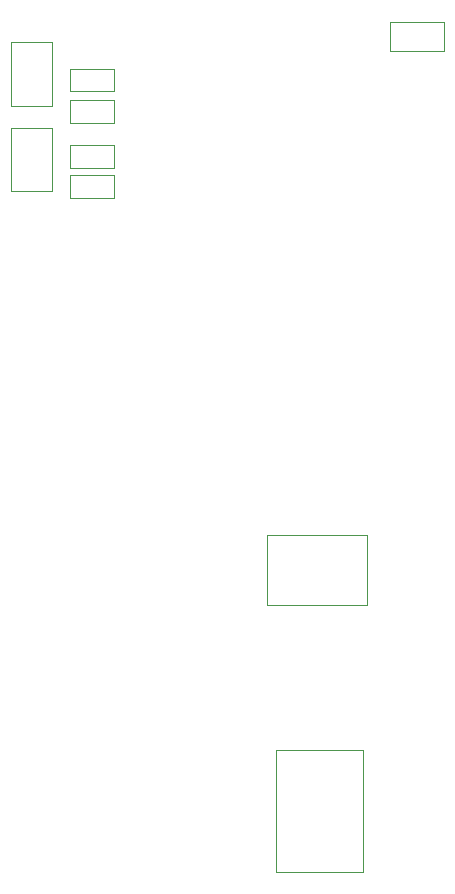
<source format=gbr>
G04 #@! TF.GenerationSoftware,KiCad,Pcbnew,(7.0.0-0)*
G04 #@! TF.CreationDate,2023-03-04T10:35:24+00:00*
G04 #@! TF.ProjectId,LeChiffre,4c654368-6966-4667-9265-2e6b69636164,rev?*
G04 #@! TF.SameCoordinates,Original*
G04 #@! TF.FileFunction,Other,User*
%FSLAX46Y46*%
G04 Gerber Fmt 4.6, Leading zero omitted, Abs format (unit mm)*
G04 Created by KiCad (PCBNEW (7.0.0-0)) date 2023-03-04 10:35:24*
%MOMM*%
%LPD*%
G01*
G04 APERTURE LIST*
%ADD10C,0.050000*%
G04 APERTURE END LIST*
D10*
X140477272Y-94047223D02*
X140477272Y-100047223D01*
X140477272Y-100047223D02*
X148977272Y-100047223D01*
X148977272Y-94047223D02*
X140477272Y-94047223D01*
X148977272Y-100047223D02*
X148977272Y-94047223D01*
X123805717Y-54602254D02*
X123805717Y-56502254D01*
X123805717Y-56502254D02*
X127505717Y-56502254D01*
X127505717Y-54602254D02*
X123805717Y-54602254D01*
X127505717Y-56502254D02*
X127505717Y-54602254D01*
X123805717Y-61079253D02*
X123805717Y-62979253D01*
X123805717Y-62979253D02*
X127505717Y-62979253D01*
X127505717Y-61079253D02*
X123805717Y-61079253D01*
X127505717Y-62979253D02*
X127505717Y-61079253D01*
X141212274Y-112247224D02*
X148612274Y-112247224D01*
X141212274Y-122647224D02*
X141212274Y-112247224D01*
X148612274Y-112247224D02*
X148612274Y-122647224D01*
X148612274Y-122647224D02*
X141212274Y-122647224D01*
X118825717Y-64983254D02*
X122325717Y-64983254D01*
X122325717Y-64983254D02*
X122325717Y-59583254D01*
X118825717Y-59583254D02*
X118825717Y-64983254D01*
X122325717Y-59583254D02*
X118825717Y-59583254D01*
X155514717Y-50619253D02*
X155514717Y-53119253D01*
X155514717Y-50619253D02*
X150914717Y-50619253D01*
X150914717Y-53119253D02*
X155514717Y-53119253D01*
X150914717Y-53119253D02*
X150914717Y-50619253D01*
X127505717Y-65519254D02*
X127505717Y-63619254D01*
X127505717Y-63619254D02*
X123805717Y-63619254D01*
X123805717Y-65519254D02*
X127505717Y-65519254D01*
X123805717Y-63619254D02*
X123805717Y-65519254D01*
X127505717Y-59169254D02*
X127505717Y-57269254D01*
X127505717Y-57269254D02*
X123805717Y-57269254D01*
X123805717Y-59169254D02*
X127505717Y-59169254D01*
X123805717Y-57269254D02*
X123805717Y-59169254D01*
X122325717Y-52344254D02*
X118825717Y-52344254D01*
X118825717Y-52344254D02*
X118825717Y-57744254D01*
X122325717Y-57744254D02*
X122325717Y-52344254D01*
X118825717Y-57744254D02*
X122325717Y-57744254D01*
M02*

</source>
